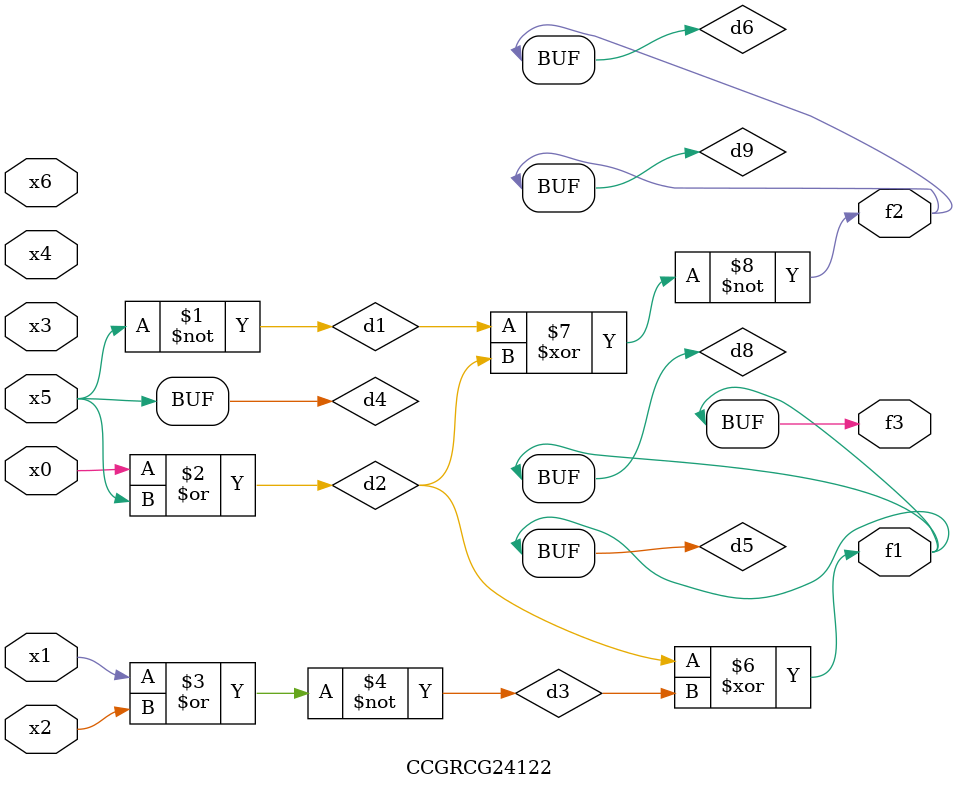
<source format=v>
module CCGRCG24122(
	input x0, x1, x2, x3, x4, x5, x6,
	output f1, f2, f3
);

	wire d1, d2, d3, d4, d5, d6, d7, d8, d9;

	nand (d1, x5);
	or (d2, x0, x5);
	nor (d3, x1, x2);
	xnor (d4, d1);
	xor (d5, d2, d3);
	xnor (d6, d1, d2);
	not (d7, x4);
	buf (d8, d5);
	xor (d9, d6);
	assign f1 = d8;
	assign f2 = d9;
	assign f3 = d8;
endmodule

</source>
